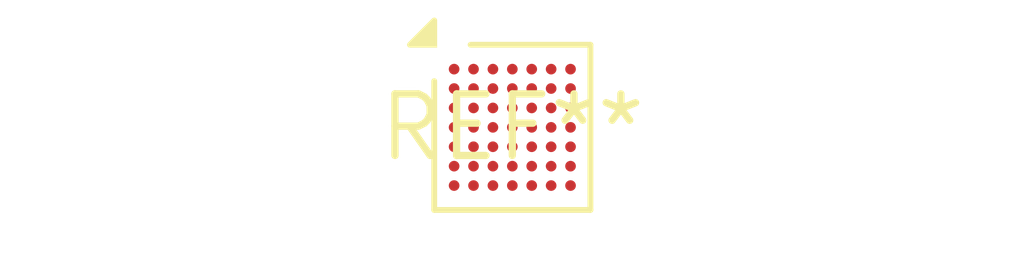
<source format=kicad_pcb>
(kicad_pcb (version 20240108) (generator pcbnew)
  (layers (0 "F.Cu" signal) (31 "B.Cu" signal) (34 "B.Paste" user) (35 "F.Paste" user) (36 "B.SilkS" user "B.Silkscreen") (37 "F.SilkS" user "F.Silkscreen") (38 "B.Mask" user) (39 "F.Mask" user) (44 "Edge.Cuts" user))
  (net 0 "")
  (footprint "ST_WLCSP-49_Die431" (layer "F.Cu") (at 0 0)
    (property "Reference" "REF**")
    (property "Value" "ST_WLCSP-49_Die431")
    (fp_line (start -1.6095 1.7025) (end -1.6095 -0.95275) (layer "F.SilkS") (stroke (width 0.12)))
    (fp_line (start -0.85975 -1.7025) (end 1.6095 -1.7025) (layer "F.SilkS") (stroke (width 0.12)))
    (fp_line (start 1.6095 -1.7025) (end 1.6095 1.7025) (layer "F.SilkS") (stroke (width 0.12)))
    (fp_line (start 1.6095 1.7025) (end -1.6095 1.7025) (layer "F.SilkS") (stroke (width 0.12)))
    (fp_poly (pts (xy -1.6095 -1.7025) (xy -2.1095 -1.7025) (xy -1.6095 -2.2025) (xy -1.6095 -1.7025)) (layer "F.SilkS") (stroke (width 0.12)) (fill solid))
    (pad "A1" smd circle (at -1.2 -1.2) (size 0.22 0.22) (property pad_prop_bga) (layers "F.Cu" "F.Paste" "F.Mask"))
    (pad "A2" smd circle (at -0.8 -1.2) (size 0.22 0.22) (property pad_prop_bga) (layers "F.Cu" "F.Paste" "F.Mask"))
    (pad "A3" smd circle (at -0.4 -1.2) (size 0.22 0.22) (property pad_prop_bga) (layers "F.Cu" "F.Paste" "F.Mask"))
    (pad "A4" smd circle (at 0 -1.2) (size 0.22 0.22) (property pad_prop_bga) (layers "F.Cu" "F.Paste" "F.Mask"))
    (pad "A5" smd circle (at 0.4 -1.2) (size 0.22 0.22) (property pad_prop_bga) (layers "F.Cu" "F.Paste" "F.Mask"))
    (pad "A6" smd circle (at 0.8 -1.2) (size 0.22 0.22) (property pad_prop_bga) (layers "F.Cu" "F.Paste" "F.Mask"))
    (pad "A7" smd circle (at 1.2 -1.2) (size 0.22 0.22) (property pad_prop_bga) (layers "F.Cu" "F.Paste" "F.Mask"))
    (pad "B1" smd circle (at -1.2 -0.8) (size 0.22 0.22) (property pad_prop_bga) (layers "F.Cu" "F.Paste" "F.Mask"))
    (pad "B2" smd circle (at -0.8 -0.8) (size 0.22 0.22) (property pad_prop_bga) (layers "F.Cu" "F.Paste" "F.Mask"))
    (pad "B3" smd circle (at -0.4 -0.8) (size 0.22 0.22) (property pad_prop_bga) (layers "F.Cu" "F.Paste" "F.Mask"))
    (pad "B4" smd circle (at 0 -0.8) (size 0.22 0.22) (property pad_prop_bga) (layers "F.Cu" "F.Paste" "F.Mask"))
    (pad "B5" smd circle (at 0.4 -0.8) (size 0.22 0.22) (property pad_prop_bga) (layers "F.Cu" "F.Paste" "F.Mask"))
    (pad "B6" smd circle (at 0.8 -0.8) (size 0.22 0.22) (property pad_prop_bga) (layers "F.Cu" "F.Paste" "F.Mask"))
    (pad "B7" smd circle (at 1.2 -0.8) (size 0.22 0.22) (property pad_prop_bga) (layers "F.Cu" "F.Paste" "F.Mask"))
    (pad "C1" smd circle (at -1.2 -0.4) (size 0.22 0.22) (property pad_prop_bga) (layers "F.Cu" "F.Paste" "F.Mask"))
    (pad "C2" smd circle (at -0.8 -0.4) (size 0.22 0.22) (property pad_prop_bga) (layers "F.Cu" "F.Paste" "F.Mask"))
    (pad "C3" smd circle (at -0.4 -0.4) (size 0.22 0.22) (property pad_prop_bga) (layers "F.Cu" "F.Paste" "F.Mask"))
    (pad "C4" smd circle (at 0 -0.4) (size 0.22 0.22) (property pad_prop_bga) (layers "F.Cu" "F.Paste" "F.Mask"))
    (pad "C5" smd circle (at 0.4 -0.4) (size 0.22 0.22) (property pad_prop_bga) (layers "F.Cu" "F.Paste" "F.Mask"))
    (pad "C6" smd circle (at 0.8 -0.4) (size 0.22 0.22) (property pad_prop_bga) (layers "F.Cu" "F.Paste" "F.Mask"))
    (pad "C7" smd circle (at 1.2 -0.4) (size 0.22 0.22) (property pad_prop_bga) (layers "F.Cu" "F.Paste" "F.Mask"))
    (pad "D1" smd circle (at -1.2 0) (size 0.22 0.22) (property pad_prop_bga) (layers "F.Cu" "F.Paste" "F.Mask"))
    (pad "D2" smd circle (at -0.8 0) (size 0.22 0.22) (property pad_prop_bga) (layers "F.Cu" "F.Paste" "F.Mask"))
    (pad "D3" smd circle (at -0.4 0) (size 0.22 0.22) (property pad_prop_bga) (layers "F.Cu" "F.Paste" "F.Mask"))
    (pad "D4" smd circle (at 0 0) (size 0.22 0.22) (property pad_prop_bga) (layers "F.Cu" "F.Paste" "F.Mask"))
    (pad "D5" smd circle (at 0.4 0) (size 0.22 0.22) (property pad_prop_bga) (layers "F.Cu" "F.Paste" "F.Mask"))
    (pad "D6" smd circle (at 0.8 0) (size 0.22 0.22) (property pad_prop_bga) (layers "F.Cu" "F.Paste" "F.Mask"))
    (pad "D7" smd circle (at 1.2 0) (size 0.22 0.22) (property pad_prop_bga) (layers "F.Cu" "F.Paste" "F.Mask"))
    (pad "E1" smd circle (at -1.2 0.4) (size 0.22 0.22) (property pad_prop_bga) (layers "F.Cu" "F.Paste" "F.Mask"))
    (pad "E2" smd circle (at -0.8 0.4) (size 0.22 0.22) (property pad_prop_bga) (layers "F.Cu" "F.Paste" "F.Mask"))
    (pad "E3" smd circle (at -0.4 0.4) (size 0.22 0.22) (property pad_prop_bga) (layers "F.Cu" "F.Paste" "F.Mask"))
    (pad "E4" smd circle (at 0 0.4) (size 0.22 0.22) (property pad_prop_bga) (layers "F.Cu" "F.Paste" "F.Mask"))
    (pad "E5" smd circle (at 0.4 0.4) (size 0.22 0.22) (property pad_prop_bga) (layers "F.Cu" "F.Paste" "F.Mask"))
    (pad "E6" smd circle (at 0.8 0.4) (size 0.22 0.22) (property pad_prop_bga) (layers "F.Cu" "F.Paste" "F.Mask"))
    (pad "E7" smd circle (at 1.2 0.4) (size 0.22 0.22) (property pad_prop_bga) (layers "F.Cu" "F.Paste" "F.Mask"))
    (pad "F1" smd circle (at -1.2 0.8) (size 0.22 0.22) (property pad_prop_bga) (layers "F.Cu" "F.Paste" "F.Mask"))
    (pad "F2" smd circle (at -0.8 0.8) (size 0.22 0.22) (property pad_prop_bga) (layers "F.Cu" "F.Paste" "F.Mask"))
    (pad "F3" smd circle (at -0.4 0.8) (size 0.22 0.22) (property pad_prop_bga) (layers "F.Cu" "F.Paste" "F.Mask"))
    (pad "F4" smd circle (at 0 0.8) (size 0.22 0.22) (property pad_prop_bga) (layers "F.Cu" "F.Paste" "F.Mask"))
    (pad "F5" smd circle (at 0.4 0.8) (size 0.22 0.22) (property pad_prop_bga) (layers "F.Cu" "F.Paste" "F.Mask"))
    (pad "F6" smd circle (at 0.8 0.8) (size 0.22 0.22) (property pad_prop_bga) (layers "F.Cu" "F.Paste" "F.Mask"))
    (pad "F7" smd circle (at 1.2 0.8) (size 0.22 0.22) (property pad_prop_bga) (layers "F.Cu" "F.Paste" "F.Mask"))
    (pad "G1" smd circle (at -1.2 1.2) (size 0.22 0.22) (property pad_prop_bga) (layers "F.Cu" "F.Paste" "F.Mask"))
    (pad "G2" smd circle (at -0.8 1.2) (size 0.22 0.22) (property pad_prop_bga) (layers "F.Cu" "F.Paste" "F.Mask"))
    (pad "G3" smd circle (at -0.4 1.2) (size 0.22 0.22) (property pad_prop_bga) (layers "F.Cu" "F.Paste" "F.Mask"))
    (pad "G4" smd circle (at 0 1.2) (size 0.22 0.22) (property pad_prop_bga) (layers "F.Cu" "F.Paste" "F.Mask"))
    (pad "G5" smd circle (at 0.4 1.2) (size 0.22 0.22) (property pad_prop_bga) (layers "F.Cu" "F.Paste" "F.Mask"))
    (pad "G6" smd circle (at 0.8 1.2) (size 0.22 0.22) (property pad_prop_bga) (layers "F.Cu" "F.Paste" "F.Mask"))
    (pad "G7" smd circle (at 1.2 1.2) (size 0.22 0.22) (property pad_prop_bga) (layers "F.Cu" "F.Paste" "F.Mask"))
  )
)
</source>
